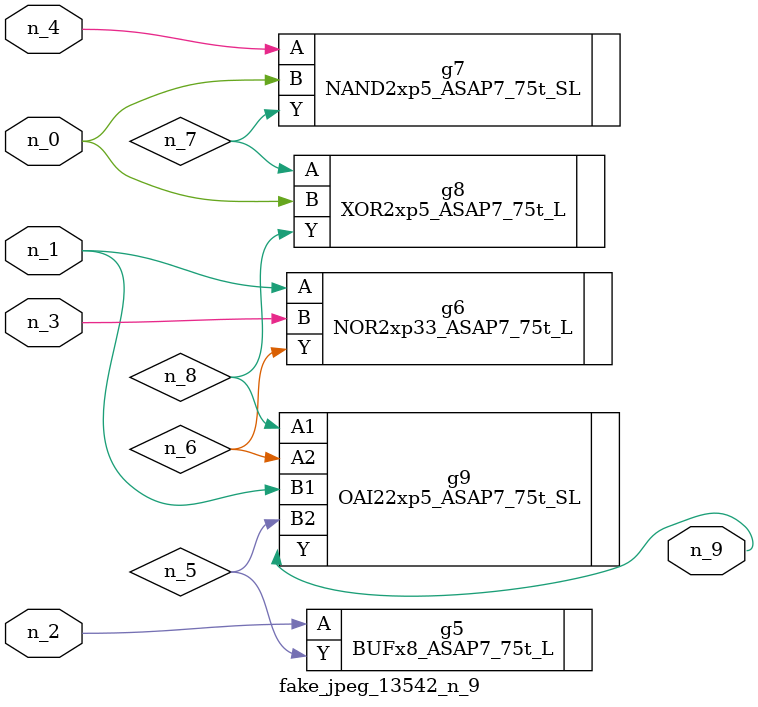
<source format=v>
module fake_jpeg_13542_n_9 (n_3, n_2, n_1, n_0, n_4, n_9);

input n_3;
input n_2;
input n_1;
input n_0;
input n_4;

output n_9;

wire n_8;
wire n_6;
wire n_5;
wire n_7;

BUFx8_ASAP7_75t_L g5 ( 
.A(n_2),
.Y(n_5)
);

NOR2xp33_ASAP7_75t_L g6 ( 
.A(n_1),
.B(n_3),
.Y(n_6)
);

NAND2xp5_ASAP7_75t_SL g7 ( 
.A(n_4),
.B(n_0),
.Y(n_7)
);

XOR2xp5_ASAP7_75t_L g8 ( 
.A(n_7),
.B(n_0),
.Y(n_8)
);

OAI22xp5_ASAP7_75t_SL g9 ( 
.A1(n_8),
.A2(n_6),
.B1(n_1),
.B2(n_5),
.Y(n_9)
);


endmodule
</source>
